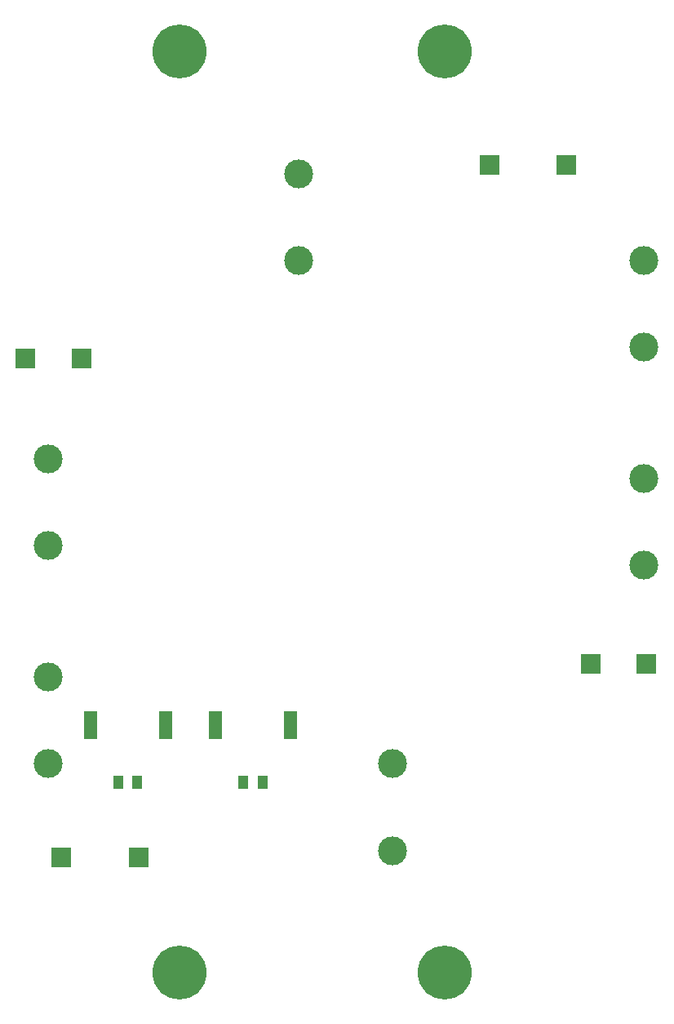
<source format=gbs>
G04 #@! TF.GenerationSoftware,KiCad,Pcbnew,(6.0.5-0)*
G04 #@! TF.CreationDate,2023-01-03T07:13:37-05:00*
G04 #@! TF.ProjectId,new-solar-cell-burn-wire,6e65772d-736f-46c6-9172-2d63656c6c2d,2*
G04 #@! TF.SameCoordinates,Original*
G04 #@! TF.FileFunction,Soldermask,Bot*
G04 #@! TF.FilePolarity,Negative*
%FSLAX46Y46*%
G04 Gerber Fmt 4.6, Leading zero omitted, Abs format (unit mm)*
G04 Created by KiCad (PCBNEW (6.0.5-0)) date 2023-01-03 07:13:37*
%MOMM*%
%LPD*%
G01*
G04 APERTURE LIST*
%ADD10C,3.000000*%
%ADD11R,2.000000X2.000000*%
%ADD12C,5.600000*%
%ADD13R,1.100000X1.450000*%
%ADD14R,1.350000X2.899999*%
G04 APERTURE END LIST*
D10*
X84700000Y-116600000D03*
X84700000Y-107600000D03*
X110700000Y-55400000D03*
X110700000Y-64400000D03*
D11*
X146800000Y-106200000D03*
X86100000Y-126300000D03*
X138500000Y-54500000D03*
X82400000Y-74600000D03*
D12*
X125850000Y-42750000D03*
D10*
X84700000Y-94000000D03*
X84700000Y-85000000D03*
D11*
X88200000Y-74600000D03*
D12*
X98350000Y-42750000D03*
D10*
X146500000Y-87000000D03*
X146500000Y-96000000D03*
D11*
X94100000Y-126300000D03*
D12*
X98350000Y-138250000D03*
X125850000Y-138250000D03*
D11*
X130500000Y-54500000D03*
D10*
X120500000Y-125600000D03*
X120500000Y-116600000D03*
X146500000Y-64400000D03*
X146500000Y-73400000D03*
D11*
X141000000Y-106200000D03*
D13*
X92000000Y-118550000D03*
X94000001Y-118550000D03*
D14*
X89105002Y-112575001D03*
X96894997Y-112575001D03*
D13*
X105000000Y-118550000D03*
X107000001Y-118550000D03*
D14*
X102105002Y-112575001D03*
X109894997Y-112575001D03*
M02*

</source>
